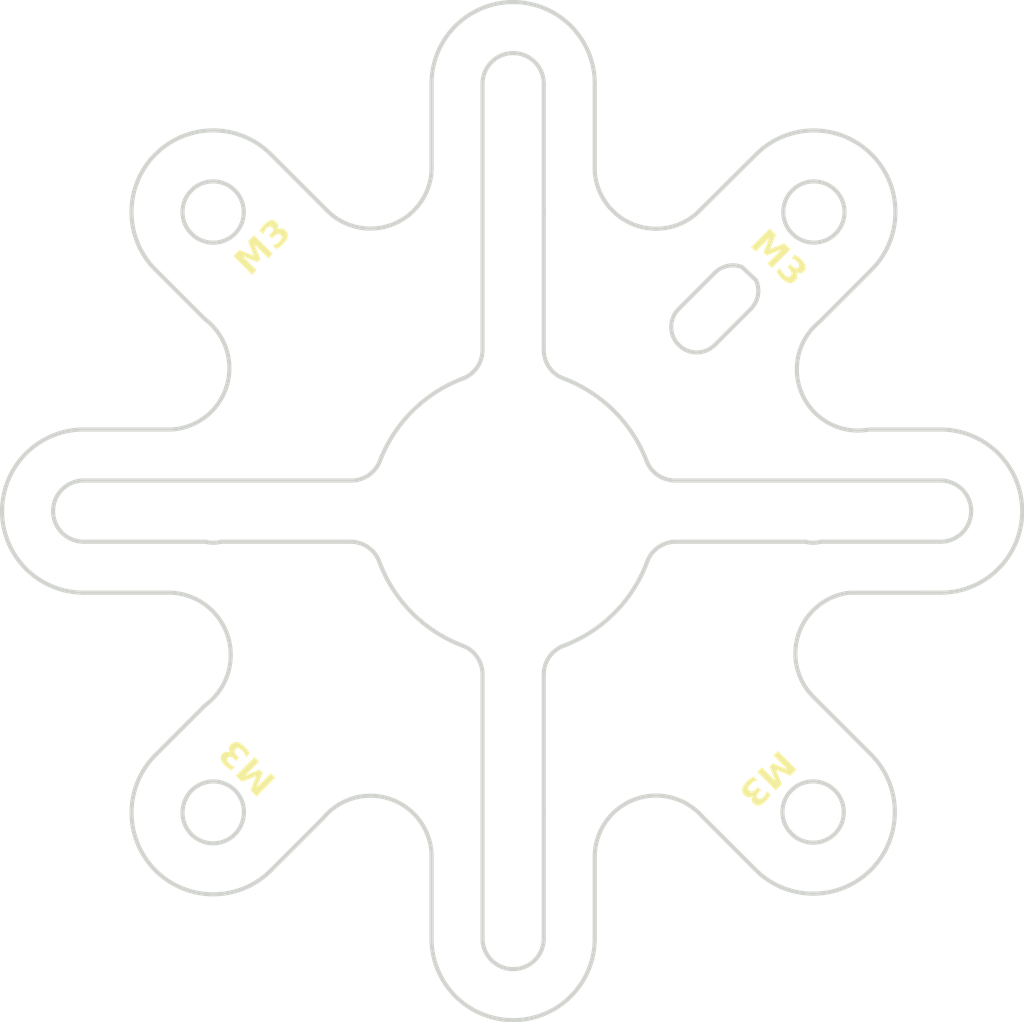
<source format=kicad_pcb>
(kicad_pcb (version 20221018) (generator pcbnew)

  (general
    (thickness 1.6)
  )

  (paper "A4")
  (layers
    (0 "F.Cu" signal)
    (31 "B.Cu" signal)
    (32 "B.Adhes" user "B.Adhesive")
    (33 "F.Adhes" user "F.Adhesive")
    (34 "B.Paste" user)
    (35 "F.Paste" user)
    (36 "B.SilkS" user "B.Silkscreen")
    (37 "F.SilkS" user "F.Silkscreen")
    (38 "B.Mask" user)
    (39 "F.Mask" user)
    (40 "Dwgs.User" user "User.Drawings")
    (41 "Cmts.User" user "User.Comments")
    (42 "Eco1.User" user "User.Eco1")
    (43 "Eco2.User" user "User.Eco2")
    (44 "Edge.Cuts" user)
    (45 "Margin" user)
    (46 "B.CrtYd" user "B.Courtyard")
    (47 "F.CrtYd" user "F.Courtyard")
    (48 "B.Fab" user)
    (49 "F.Fab" user)
    (50 "User.1" user)
    (51 "User.2" user)
    (52 "User.3" user)
    (53 "User.4" user)
    (54 "User.5" user)
    (55 "User.6" user)
    (56 "User.7" user)
    (57 "User.8" user)
    (58 "User.9" user)
  )

  (setup
    (pad_to_mask_clearance 0)
    (pcbplotparams
      (layerselection 0x00010fc_ffffffff)
      (plot_on_all_layers_selection 0x0000000_00000000)
      (disableapertmacros false)
      (usegerberextensions false)
      (usegerberattributes true)
      (usegerberadvancedattributes true)
      (creategerberjobfile true)
      (dashed_line_dash_ratio 12.000000)
      (dashed_line_gap_ratio 3.000000)
      (svgprecision 4)
      (plotframeref false)
      (viasonmask false)
      (mode 1)
      (useauxorigin false)
      (hpglpennumber 1)
      (hpglpenspeed 20)
      (hpglpendiameter 15.000000)
      (dxfpolygonmode true)
      (dxfimperialunits true)
      (dxfusepcbnewfont true)
      (psnegative false)
      (psa4output false)
      (plotreference true)
      (plotvalue true)
      (plotinvisibletext false)
      (sketchpadsonfab false)
      (subtractmaskfromsilk false)
      (outputformat 1)
      (mirror false)
      (drillshape 0)
      (scaleselection 1)
      (outputdirectory "Gerbers/")
    )
  )

  (net 0 "")

  (gr_arc (start 136.205218 76.325309) (mid 137.705218 74.825309) (end 139.205218 76.325309)
    (stroke (width 0.2032) (type solid)) (layer "Edge.Cuts") (tstamp 0114b2ed-ed8c-42ab-9c5f-0a169ad2e30c))
  (gr_line (start 155.2448 109.201946) (end 152.410037 106.367183)
    (stroke (width 0.2032) (type solid)) (layer "Edge.Cuts") (tstamp 011f4688-d4e0-4976-b4b3-aab73c176982))
  (gr_line (start 141.705218 118.225309) (end 141.705218 114.111497)
    (stroke (width 0.2032) (type solid)) (layer "Edge.Cuts") (tstamp 0d698ae2-3f22-476a-b8d1-e6f413486835))
  (gr_line (start 133.705218 114.056029) (end 133.705218 118.225309)
    (stroke (width 0.2032) (type solid)) (layer "Edge.Cuts") (tstamp 103229ab-8b42-4fce-864b-f875f07218b6))
  (gr_line (start 120.171021 109.2324) (end 122.615446 106.787975)
    (stroke (width 0.2032) (type solid)) (layer "Edge.Cuts") (tstamp 170d9820-31c4-4fc7-8c01-1eefc9c1c965))
  (gr_arc (start 144.275152 99.754843) (mid 144.824854 99.044327) (end 145.681962 98.775309)
    (stroke (width 0.2032) (type solid)) (layer "Edge.Cuts") (tstamp 19c28452-a169-4412-9065-f73e37569911))
  (gr_line (start 149.587946 114.8588) (end 146.958218 112.229072)
    (stroke (width 0.2032) (type solid)) (layer "Edge.Cuts") (tstamp 1e5b63dc-fec6-463a-91b1-008931474e0c))
  (gr_arc (start 149.616963 79.786458) (mid 155.273817 79.786458) (end 155.273817 85.443312)
    (stroke (width 0.2032) (type solid)) (layer "Edge.Cuts") (tstamp 1f2a14f5-23e8-41d2-b972-b8377c7b8ca5))
  (gr_arc (start 116.655218 101.275309) (mid 112.655218 97.275309) (end 116.655218 93.275309)
    (stroke (width 0.2032) (type solid)) (layer "Edge.Cuts") (tstamp 21fb6aea-5bc0-444a-b43e-bd449e295a5b))
  (gr_arc (start 140.176657 90.774988) (mid 142.642457 92.358995) (end 144.243655 94.813667)
    (stroke (width 0.2032) (type solid)) (layer "Edge.Cuts") (tstamp 25b19c68-c49d-4277-a5d5-7cdbe3c3024b))
  (gr_arc (start 121.918586 83.654951) (mid 121.964951 81.528739) (end 124.090899 81.585937)
    (stroke (width 0.2032) (type solid)) (layer "Edge.Cuts") (tstamp 263b7a46-c367-4d64-b0a6-7e5269fe82ea))
  (gr_arc (start 155.2448 109.201946) (mid 155.2448 114.8588) (end 149.587946 114.8588)
    (stroke (width 0.2032) (type solid)) (layer "Edge.Cuts") (tstamp 2d2fa9f2-1af0-4b8d-8e3d-9b831fcda2a2))
  (gr_line (start 149.616963 79.786458) (end 146.764325 82.626003)
    (stroke (width 0.2032) (type solid)) (layer "Edge.Cuts") (tstamp 310f6d7b-204a-4c70-9d84-8727f1c85307))
  (gr_arc (start 133.705218 80.256029) (mid 131.940747 83.161959) (end 128.595804 82.554387)
    (stroke (width 0.2032) (type solid)) (layer "Edge.Cuts") (tstamp 332d7393-7b2d-4fa0-baef-6e325f1899c4))
  (gr_arc (start 131.176419 94.813667) (mid 130.62562 95.511755) (end 129.776358 95.775309)
    (stroke (width 0.2032) (type solid)) (layer "Edge.Cuts") (tstamp 33c13b50-2d34-4c16-9057-a7ccf3133fdd))
  (gr_arc (start 140.176657 90.774988) (mid 139.471762 90.224766) (end 139.205218 89.3712)
    (stroke (width 0.2032) (type solid)) (layer "Edge.Cuts") (tstamp 3bcc5215-2337-4fed-8f0a-1d97101347d3))
  (gr_line (start 158.655218 95.775309) (end 145.643716 95.775309)
    (stroke (width 0.2032) (type solid)) (layer "Edge.Cuts") (tstamp 3da8512f-f107-4df5-ae4b-4b05ebc1da83))
  (gr_arc (start 128.376531 112.340598) (mid 131.629339 111.370351) (end 133.705218 114.056029)
    (stroke (width 0.2032) (type solid)) (layer "Edge.Cuts") (tstamp 429a7bca-ed05-477e-9ed0-eaf6744be4cc))
  (gr_line (start 148.926308 85.314574) (end 149.610066 85.963382)
    (stroke (width 0.2032) (type solid)) (layer "Edge.Cuts") (tstamp 453a40e7-890a-4e90-9214-d4d404c15193))
  (gr_arc (start 152.796703 98.775309) (mid 152.410037 98.826003) (end 152.023371 98.775309)
    (stroke (width 0.2032) (type solid)) (layer "Edge.Cuts") (tstamp 49eec141-1484-4750-a394-e1471e8b77d0))
  (gr_line (start 116.655218 98.775309) (end 122.623371 98.775309)
    (stroke (width 0.2032) (type solid)) (layer "Edge.Cuts") (tstamp 4aa673ed-0642-4823-a4b2-2a8c9a809dbb))
  (gr_line (start 116.655218 93.275309) (end 120.940778 93.275309)
    (stroke (width 0.2032) (type solid)) (layer "Edge.Cuts") (tstamp 4ac9df18-e09a-4489-ad89-ca61ca9bd134))
  (gr_line (start 136.205218 118.225309) (end 136.205218 105.27717)
    (stroke (width 0.2032) (type solid)) (layer "Edge.Cuts") (tstamp 4faeb49d-5cbd-47d0-b9d6-a106f84a075a))
  (gr_line (start 136.205218 76.325309) (end 136.205218 89.374835)
    (stroke (width 0.2032) (type solid)) (layer "Edge.Cuts") (tstamp 5216c33c-cf15-4e34-baa9-c2543f1cbaf7))
  (gr_line (start 152.023371 98.775309) (end 145.681962 98.775309)
    (stroke (width 0.2032) (type solid)) (layer "Edge.Cuts") (tstamp 527f2452-474b-4c00-be6c-6c5147e8418c))
  (gr_arc (start 135.23548 103.874023) (mid 132.74306 102.258467) (end 131.144922 99.754843)
    (stroke (width 0.2032) (type solid)) (layer "Edge.Cuts") (tstamp 53530a17-6222-48e3-892d-572e56c5dc29))
  (gr_line (start 158.655218 98.775309) (end 152.796703 98.775309)
    (stroke (width 0.2032) (type solid)) (layer "Edge.Cuts") (tstamp 53b6b2c5-fc93-4805-ba89-a5af567b211a))
  (gr_arc (start 147.587398 85.594929) (mid 148.215095 85.255327) (end 148.926308 85.314574)
    (stroke (width 0.2032) (type solid)) (layer "Edge.Cuts") (tstamp 5ae73290-dfb1-408d-abf7-91802cb23c73))
  (gr_arc (start 116.655218 98.775309) (mid 115.155218 97.275309) (end 116.655218 95.775309)
    (stroke (width 0.2032) (type solid)) (layer "Edge.Cuts") (tstamp 5eb66956-707e-4b18-9d9e-8aa6a7e3d372))
  (gr_arc (start 124.439761 112.479752) (mid 122.563072 113.495975) (end 121.569724 111.607078)
    (stroke (width 0.2032) (type solid)) (layer "Edge.Cuts") (tstamp 64d2e2f4-5887-4396-9ffc-232e21a3194d))
  (gr_arc (start 124.090899 81.585937) (mid 124.044564 83.712181) (end 121.918586 83.654951)
    (stroke (width 0.2032) (type solid)) (layer "Edge.Cuts") (tstamp 65978382-2b51-469f-8638-14a273a3191e))
  (gr_line (start 123.396703 98.775309) (end 129.738112 98.775309)
    (stroke (width 0.2032) (type solid)) (layer "Edge.Cuts") (tstamp 6b46fe0d-b61f-423d-bcf6-cca247badce8))
  (gr_arc (start 121.569724 111.607078) (mid 123.446398 110.590906) (end 124.439761 112.479752)
    (stroke (width 0.2032) (type solid)) (layer "Edge.Cuts") (tstamp 6ea86115-c90f-4eb0-a2df-7e4f56b0d77f))
  (gr_arc (start 146.764325 82.626003) (mid 143.592225 83.22077) (end 141.705218 80.602532)
    (stroke (width 0.2032) (type solid)) (layer "Edge.Cuts") (tstamp 70e9be5a-acf0-4eab-8047-02379bb13c49))
  (gr_line (start 145.819631 87.362696) (end 147.587398 85.594929)
    (stroke (width 0.2032) (type solid)) (layer "Edge.Cuts") (tstamp 7505c31c-e5db-478d-833a-a539afc80873))
  (gr_line (start 158.655218 93.275309) (end 155.15921 93.275309)
    (stroke (width 0.2032) (type solid)) (layer "Edge.Cuts") (tstamp 756b3a87-f834-443c-9eff-3899f69408eb))
  (gr_arc (start 151.561513 113.262937) (mid 151.175287 111.17431) (end 153.264897 110.793439)
    (stroke (width 0.2032) (type solid)) (layer "Edge.Cuts") (tstamp 7b52865b-003b-439a-aea1-23c0a029b401))
  (gr_arc (start 129.738112 98.775309) (mid 130.595232 99.044311) (end 131.144922 99.754843)
    (stroke (width 0.2032) (type solid)) (layer "Edge.Cuts") (tstamp 7b533958-9269-4375-8daf-0287652b0fd0))
  (gr_arc (start 144.275152 99.754843) (mid 142.674026 102.261477) (end 140.176657 103.877017)
    (stroke (width 0.2032) (type solid)) (layer "Edge.Cuts") (tstamp 7c109ef3-26c0-4fba-8761-9e6be4ff986f))
  (gr_arc (start 158.655218 93.275309) (mid 162.655218 97.275309) (end 158.655218 101.275309)
    (stroke (width 0.2032) (type solid)) (layer "Edge.Cuts") (tstamp 83df0256-ca33-42ea-b72b-3087074be75c))
  (gr_circle (center 152.44539 82.614885) (end 153.94539 82.614885)
    (stroke (width 0.2032) (type solid)) (fill none) (layer "Edge.Cuts") (tstamp 866a01ca-6e93-474d-9241-e67383be2326))
  (gr_arc (start 141.705218 114.111497) (mid 143.695644 111.395288) (end 146.958218 112.229072)
    (stroke (width 0.2032) (type solid)) (layer "Edge.Cuts") (tstamp 87d9a74e-c18f-49f9-b17d-41b94b939ab1))
  (gr_arc (start 133.705218 76.325309) (mid 137.705218 72.325309) (end 141.705218 76.325309)
    (stroke (width 0.2032) (type solid)) (layer "Edge.Cuts") (tstamp 89f7f44b-cfc5-4f32-be49-b0d22470b24b))
  (gr_arc (start 149.610066 85.963382) (mid 149.701045 86.702829) (end 149.355165 87.362696)
    (stroke (width 0.2032) (type solid)) (layer "Edge.Cuts") (tstamp 8e86ac6d-e9df-4e10-abe4-b0c462b1d0c8))
  (gr_arc (start 125.827875 114.889254) (mid 120.171021 114.889254) (end 120.171021 109.2324)
    (stroke (width 0.2032) (type solid)) (layer "Edge.Cuts") (tstamp 9261c50e-08a3-4204-8fce-51a5c6a6ff2f))
  (gr_arc (start 153.264897 110.793439) (mid 153.651176 112.882103) (end 151.561513 113.262937)
    (stroke (width 0.2032) (type solid)) (layer "Edge.Cuts") (tstamp 928ee611-c0af-4fb8-a754-534885f81d73))
  (gr_line (start 120.171021 85.443312) (end 122.578856 87.851147)
    (stroke (width 0.2032) (type solid)) (layer "Edge.Cuts") (tstamp 93a0fe78-f347-4bf9-9fc1-00a4927dce1f))
  (gr_line (start 139.205218 76.325309) (end 139.205218 82.505861)
    (stroke (width 0.2032) (type solid)) (layer "Edge.Cuts") (tstamp 974abc8b-1fa7-4a25-bd2d-ef05c9534ed6))
  (gr_arc (start 120.691386 101.275309) (mid 123.692498 103.319951) (end 122.615446 106.787975)
    (stroke (width 0.2032) (type solid)) (layer "Edge.Cuts") (tstamp 98398fd7-06dd-4c05-b35e-f77fef7d29fb))
  (gr_line (start 139.205218 82.746144) (end 139.205218 89.3712)
    (stroke (width 0.2032) (type solid)) (layer "Edge.Cuts") (tstamp 98f82912-3599-4d5e-b194-380d86b8c18e))
  (gr_arc (start 145.643716 95.775309) (mid 144.794463 95.511742) (end 144.243655 94.813667)
    (stroke (width 0.2032) (type solid)) (layer "Edge.Cuts") (tstamp 9e96075d-4cd3-4f4f-9611-490db07537d8))
  (gr_arc (start 158.655218 95.775309) (mid 160.155218 97.275309) (end 158.655218 98.775309)
    (stroke (width 0.2032) (type solid)) (layer "Edge.Cuts") (tstamp a2b4b5c1-7f9d-4c3b-9494-93686dc05c7d))
  (gr_arc (start 141.705218 118.225309) (mid 137.705218 122.225309) (end 133.705218 118.225309)
    (stroke (width 0.2032) (type solid)) (layer "Edge.Cuts") (tstamp a4ea7c23-736d-4b51-81ef-c2a449cba1da))
  (gr_line (start 125.827875 79.786458) (end 128.595804 82.554387)
    (stroke (width 0.2032) (type solid)) (layer "Edge.Cuts") (tstamp a54821fb-874d-489d-b08e-b7274bae1084))
  (gr_arc (start 147.587398 89.130463) (mid 145.81963 89.130463) (end 145.819631 87.362696)
    (stroke (width 0.2032) (type solid)) (layer "Edge.Cuts") (tstamp aa1d3446-848a-429e-a9e8-a23dd65565e8))
  (gr_line (start 133.705218 76.325309) (end 133.705218 80.256029)
    (stroke (width 0.2032) (type solid)) (layer "Edge.Cuts") (tstamp b177ac6d-a2f8-48b7-b827-555604c278ac))
  (gr_arc (start 152.410037 106.367183) (mid 151.704042 103.272139) (end 154.172475 101.276002)
    (stroke (width 0.2032) (type solid)) (layer "Edge.Cuts") (tstamp b4ab2874-9a35-49e5-aa06-2736976f8dff))
  (gr_line (start 139.205218 111.905861) (end 139.205218 105.280806)
    (stroke (width 0.2032) (type solid)) (layer "Edge.Cuts") (tstamp b6cfb924-09b3-4fe0-8273-9ee68d726f12))
  (gr_arc (start 139.205218 105.280806) (mid 139.47176 104.427238) (end 140.176657 103.877017)
    (stroke (width 0.2032) (type solid)) (layer "Edge.Cuts") (tstamp bc3153d3-1699-4442-b984-376d5a961fc5))
  (gr_line (start 149.355165 87.362696) (end 147.587398 89.130463)
    (stroke (width 0.2032) (type solid)) (layer "Edge.Cuts") (tstamp c29d2764-2f9a-4621-b287-a6dacccf9797))
  (gr_arc (start 131.176419 94.813667) (mid 132.774609 92.361986) (end 135.23548 90.777982)
    (stroke (width 0.2032) (type solid)) (layer "Edge.Cuts") (tstamp c4cd9656-68ab-4d96-a39e-7474fe45db02))
  (gr_arc (start 122.578856 87.851147) (mid 123.667937 91.139474) (end 120.940778 93.275309)
    (stroke (width 0.2032) (type solid)) (layer "Edge.Cuts") (tstamp cb2143f7-6486-4a13-92d8-880a18f11d5b))
  (gr_arc (start 136.205218 89.374835) (mid 135.939181 90.227647) (end 135.23548 90.777982)
    (stroke (width 0.2032) (type solid)) (layer "Edge.Cuts") (tstamp cd00ff36-6594-4c4c-b8ff-eb4b846f5ac2))
  (gr_line (start 116.655218 101.275309) (end 120.691386 101.275309)
    (stroke (width 0.2032) (type solid)) (layer "Edge.Cuts") (tstamp cf72c984-83c4-431b-8811-4aff5c9afc63))
  (gr_arc (start 139.205218 82.505861) (mid 139.210038 82.626002) (end 139.205218 82.746144)
    (stroke (width 0.2032) (type solid)) (layer "Edge.Cuts") (tstamp d7962e22-70e7-4db0-a729-960f7c04bc01))
  (gr_arc (start 135.23548 103.874023) (mid 135.939205 104.424341) (end 136.205218 105.27717)
    (stroke (width 0.2032) (type solid)) (layer "Edge.Cuts") (tstamp d9bf66f0-b661-4e84-a1c2-155b4b30a860))
  (gr_arc (start 139.205218 118.225309) (mid 137.705218 119.725309) (end 136.205218 118.225309)
    (stroke (width 0.2032) (type solid)) (layer "Edge.Cuts") (tstamp db8e4cf0-1d14-41df-8ab6-1cc5fbfbaf8b))
  (gr_arc (start 155.15921 93.275309) (mid 151.885429 91.581634) (end 152.724633 87.992496)
    (stroke (width 0.2032) (type solid)) (layer "Edge.Cuts") (tstamp dc3f8c42-a5de-475a-99d5-6aeca66f1332))
  (gr_line (start 125.827875 114.889254) (end 128.376531 112.340598)
    (stroke (width 0.2032) (type solid)) (layer "Edge.Cuts") (tstamp ded88f06-35c1-4e5c-b7de-87be301c1b0a))
  (gr_arc (start 123.396703 98.775309) (mid 123.010037 98.826003) (end 122.623371 98.775309)
    (stroke (width 0.2032) (type solid)) (layer "Edge.Cuts") (tstamp e06df930-f72a-4e2b-a979-5198a8834a7f))
  (gr_line (start 139.205218 118.225309) (end 139.205218 112.146144)
    (stroke (width 0.2032) (type solid)) (layer "Edge.Cuts") (tstamp e3e5bf4c-3708-4d15-a09e-0088575962e3))
  (gr_arc (start 139.205218 111.905861) (mid 139.210038 112.026002) (end 139.205218 112.146144)
    (stroke (width 0.2032) (type solid)) (layer "Edge.Cuts") (tstamp e5383f8d-351f-421f-b788-51c7d27b1f1d))
  (gr_line (start 155.273817 85.443312) (end 152.724633 87.992496)
    (stroke (width 0.2032) (type solid)) (layer "Edge.Cuts") (tstamp e6cb83b9-701b-4ee3-9f5f-095a5cad231d))
  (gr_line (start 116.655218 95.775309) (end 129.776358 95.775309)
    (stroke (width 0.2032) (type solid)) (layer "Edge.Cuts") (tstamp e6d6160e-d2e6-4d7c-acfc-00f1d50da3fc))
  (gr_line (start 141.705218 76.325309) (end 141.705218 80.602532)
    (stroke (width 0.2032) (type solid)) (layer "Edge.Cuts") (tstamp f8627104-293b-4048-af4a-32cffd25b721))
  (gr_arc (start 120.171021 85.443312) (mid 120.171021 79.786458) (end 125.827875 79.786458)
    (stroke (width 0.2032) (type solid)) (layer "Edge.Cuts") (tstamp faa9472a-c5d5-4a25-b8d5-977e6a5c4f08))
  (gr_line (start 158.655218 101.275309) (end 154.172475 101.276002)
    (stroke (width 0.2032) (type solid)) (layer "Edge.Cuts") (tstamp ff9ef01f-e2ae-499c-b870-191c3e726fdb))
  (gr_text "M3" (at 124.9426 85.9536 45) (layer "F.SilkS") (tstamp 1ffb8155-b3b4-4a2b-9ac8-92c549ad4f1f)
    (effects (font (face "Proto Mono") (size 1.27 1.27) (thickness 0.3) bold) (justify left bottom))
    (render_cache "M3" 45
      (polygon
        (pts
          (xy 125.266114 85.180871)          (xy 125.277565 85.190707)          (xy 125.289937 85.19839)          (xy 125.30302 85.203945)
          (xy 125.316602 85.207393)          (xy 125.330472 85.208759)          (xy 125.344419 85.208063)          (xy 125.35823 85.205329)
          (xy 125.371694 85.200581)          (xy 125.3846 85.19384)          (xy 125.396737 85.185129)          (xy 125.404296 85.178239)
          (xy 125.414242 85.166798)          (xy 125.422121 85.154559)          (xy 125.427936 85.141708)          (xy 125.43169 85.12843)
          (xy 125.433386 85.11491)          (xy 125.433029 85.101335)          (xy 125.430621 85.087888)          (xy 125.426165 85.074757)
          (xy 125.419664 85.062126)          (xy 125.411123 85.050181)          (xy 125.404296 85.042689)          (xy 124.659869 84.298262)
          (xy 124.648427 84.288305)          (xy 124.636187 84.280398)          (xy 124.623332 84.274543)          (xy 124.610048 84.270741)
          (xy 124.596517 84.268996)          (xy 124.582925 84.269308)          (xy 124.569456 84.271681)          (xy 124.556294 84.276116)
          (xy 124.543624 84.282616)          (xy 124.531629 84.291182)          (xy 124.5241 84.298043)          (xy 124.515394 84.307688)
          (xy 124.506927 84.319814)          (xy 124.500602 84.33264)          (xy 124.496402 84.34627)          (xy 124.494311 84.360808)
          (xy 124.49405 84.36845)          (xy 124.496463 84.642839)          (xy 124.493109 84.654905)          (xy 124.488714 84.66712)
          (xy 124.48234 84.67849)          (xy 124.4776 84.684075)          (xy 124.466752 84.692271)          (xy 124.454176 84.697947)
          (xy 124.440957 84.7016)          (xy 124.433733 84.702937)          (xy 124.163291 84.699209)          (xy 124.150615 84.700015)
          (xy 124.136166 84.703032)          (xy 124.1226 84.708154)          (xy 124.109968 84.715242)          (xy 124.098321 84.724158)
          (xy 124.092884 84.729258)          (xy 124.082901 84.740737)          (xy 124.074919 84.753081)          (xy 124.068954 84.76609)
          (xy 124.065017 84.779565)          (xy 124.063121 84.793305)          (xy 124.06328 84.807112)          (xy 124.065506 84.820786)
          (xy 124.069813 84.834128)          (xy 124.076213 84.846937)          (xy 124.08472 84.859015)          (xy 124.091568 84.866562)
          (xy 124.835996 85.61099)          (xy 124.847419 85.620852)          (xy 124.859717 85.62861)          (xy 124.87269 85.634275)
          (xy 124.886137 85.637859)          (xy 124.899857 85.639374)          (xy 124.913649 85.638832)          (xy 124.927314 85.636245)
          (xy 124.94065 85.631625)          (xy 124.953457 85.624983)          (xy 124.965534 85.616332)          (xy 124.973081 85.609455)
          (xy 124.983009 85.598031)          (xy 124.990946 85.585734)          (xy 124.996878 85.572765)          (xy 125.000794 85.559325)
          (xy 125.002681 85.545616)          (xy 125.002524 85.53184)          (xy 125.000311 85.518198)          (xy 124.996029 85.504893)
          (xy 124.989665 85.492125)          (xy 124.981206 85.480097)          (xy 124.974397 85.472589)          (xy 124.411141 84.909333)
          (xy 124.404339 84.898511)          (xy 124.406097 84.894199)          (xy 124.418599 84.891786)          (xy 124.532873 84.895515)
          (xy 124.545556 84.89832)          (xy 124.557047 84.905087)          (xy 124.563141 84.91043)          (xy 124.677635 85.024923)
          (xy 124.689077 85.034814)          (xy 124.701325 85.042535)          (xy 124.7142 85.048105)          (xy 124.727525 85.051542)
          (xy 124.741122 85.052861)          (xy 124.754813 85.052081)          (xy 124.76842 85.04922)          (xy 124.781765 85.044293)
          (xy 124.794671 85.03732)          (xy 124.806959 85.028316)          (xy 124.81472 85.021194)          (xy 124.824698 85.009786)
          (xy 124.832665 84.997634)          (xy 124.838608 84.984912)          (xy 124.842518 84.97179)          (xy 124.844384 84.958439)
          (xy 124.844195 84.945032)          (xy 124.841939 84.931738)          (xy 124.837607 84.91873)          (xy 124.831186 84.906179)
          (xy 124.822667 84.894256)          (xy 124.815817 84.886741)          (xy 124.701323 84.772248)          (xy 124.693165 84.761753)
          (xy 124.688615 84.749732)          (xy 124.687724 84.740663)          (xy 124.686408 84.62617)          (xy 124.688577 84.613943)
          (xy 124.688821 84.613668)          (xy 124.701143 84.616101)          (xy 124.703955 84.618712)
        )
      )
      (polygon
        (pts
          (xy 125.17816 84.072565)          (xy 125.17073 84.062381)          (xy 125.167032 84.049835)          (xy 125.166536 84.042954)
          (xy 125.165439 83.951491)          (xy 125.167428 83.93822)          (xy 125.173212 83.926754)          (xy 125.179038 83.919907)
          (xy 125.321168 83.777777)          (xy 125.331662 83.769619)          (xy 125.343684 83.765069)          (xy 125.352752 83.764178)
          (xy 125.444215 83.765275)          (xy 125.456599 83.768367)          (xy 125.467796 83.774253)          (xy 125.47251 83.778215)
          (xy 125.558928 83.864634)          (xy 125.566908 83.87519)          (xy 125.571578 83.886714)          (xy 125.572966 83.894025)
          (xy 125.575379 83.986804)          (xy 125.573008 83.999934)          (xy 125.567503 84.011443)          (xy 125.56178 84.018389)
          (xy 125.424694 84.155474)          (xy 125.414722 84.166888)          (xy 125.406769 84.179053)          (xy 125.400844 84.191794)
          (xy 125.396954 84.204936)          (xy 125.395107 84.218306)          (xy 125.395311 84.231728)          (xy 125.397573 84.245028)
          (xy 125.401901 84.258031)          (xy 125.408302 84.270563)          (xy 125.416783 84.282448)          (xy 125.423598 84.289927)
          (xy 125.435039 84.299884)          (xy 125.447279 84.307791)          (xy 125.460134 84.313646)          (xy 125.473419 84.317448)
          (xy 125.486949 84.319194)          (xy 125.500541 84.318881)          (xy 125.514011 84.316508)          (xy 125.527173 84.312073)
          (xy 125.539843 84.305573)          (xy 125.551837 84.297007)          (xy 125.559367 84.290146)          (xy 125.696452 84.153061)
          (xy 125.706918 84.145191)          (xy 125.719273 84.14054)          (xy 125.727817 84.139243)          (xy 125.819281 84.14034)
          (xy 125.832282 84.143464)          (xy 125.843669 84.149927)          (xy 125.848233 84.153939)          (xy 125.930703 84.236409)
          (xy 125.938246 84.247377)          (xy 125.942333 84.259835)          (xy 125.942986 84.264045)          (xy 125.942767 84.354193)
          (xy 125.940708 84.367394)          (xy 125.934809 84.378745)          (xy 125.928949 84.385558)          (xy 125.786819 84.527688)
          (xy 125.776393 84.535915)          (xy 125.764488 84.540581)          (xy 125.755454 84.541506)          (xy 125.665306 84.541725)
          (xy 125.652522 84.540222)          (xy 125.640705 84.53454)          (xy 125.636354 84.530758)          (xy 125.62122 84.515624)
          (xy 125.609956 84.505845)          (xy 125.597985 84.498207)          (xy 125.585467 84.492688)          (xy 125.572563 84.489268)
          (xy 125.559434 84.487924)          (xy 125.54624 84.488634)          (xy 125.533141 84.491377)          (xy 125.520298 84.496131)
          (xy 125.507871 84.502874)          (xy 125.496021 84.511586)          (xy 125.488521 84.518476)          (xy 125.478505 84.529857)
          (xy 125.470432 84.541932)          (xy 125.464327 84.554537)          (xy 125.460214 84.56751)          (xy 125.458116 84.580689)
          (xy 125.458058 84.59391)          (xy 125.460063 84.607011)          (xy 125.464154 84.61983)          (xy 125.470357 84.632203)
          (xy 125.478695 84.643968)          (xy 125.485451 84.651393)          (xy 125.540504 84.706447)          (xy 125.551689 84.715783)
          (xy 125.563256 84.722753)          (xy 125.576321 84.72835)          (xy 125.590572 84.732175)          (xy 125.603127 84.73372)
          (xy 125.608279 84.733864)          (xy 125.814455 84.733864)          (xy 125.828581 84.733927)          (xy 125.842427 84.7315)
          (xy 125.855758 84.726732)          (xy 125.86834 84.719768)          (xy 125.879939 84.710757)          (xy 125.883546 84.707324)
          (xy 126.108585 84.482285)          (xy 126.118152 84.47116)          (xy 126.125619 84.459075)          (xy 126.130969 84.446134)
          (xy 126.134186 84.432441)          (xy 126.135251 84.4181)          (xy 126.135125 84.413194)          (xy 126.137538 84.204605)
          (xy 126.136574 84.191944)          (xy 126.133156 84.177641)          (xy 126.127745 84.164506)          (xy 126.120846 84.152748)
          (xy 126.11296 84.142574)          (xy 126.108805 84.138146)          (xy 125.946276 83.975618)          (xy 125.9354 83.966043)
          (xy 125.923764 83.958334)          (xy 125.911393 83.95255)          (xy 125.898314 83.948753)          (xy 125.884552 83.947003)
          (xy 125.879817 83.946885)          (xy 125.828493 83.948201)          (xy 125.815964 83.946572)          (xy 125.803839 83.941897)
          (xy 125.793304 83.934997)          (xy 125.785503 83.928022)          (xy 125.777315 83.918368)          (xy 125.77093 83.906896)
          (xy 125.767508 83.89486)          (xy 125.766859 83.886568)          (xy 125.767956 83.835024)          (xy 125.766938 83.821077)
          (xy 125.763703 83.807653)          (xy 125.758345 83.794814)          (xy 125.750961 83.782619)          (xy 125.741644 83.77113)
          (xy 125.738126 83.767468)          (xy 125.569676 83.599018)          (xy 125.560027 83.590482)          (xy 125.548744 83.582736)
          (xy 125.536045 83.576291)          (xy 125.522145 83.571659)          (xy 125.509802 83.569553)          (xy 125.50212 83.569188)
          (xy 125.293531 83.571601)          (xy 125.278978 83.571925)          (xy 125.265008 83.574377)          (xy 125.251744 83.578957)
          (xy 125.239307 83.585666)          (xy 125.227819 83.594502)          (xy 125.224221 83.597921)          (xy 124.999182 83.82296)
          (xy 124.989542 83.834199)          (xy 124.981929 83.846529)          (xy 124.976473 83.859697)          (xy 124.973304 83.873452)
          (xy 124.972552 83.887542)          (xy 124.972862 83.89227)          (xy 124.972862 84.098447)          (xy 124.97377 84.111226)
          (xy 124.976338 84.12353)          (xy 124.981279 84.137406)          (xy 124.987861 84.15001)          (xy 124.995679 84.161021)
          (xy 125.001375 84.167318)          (xy 125.057964 84.223907)          (xy 125.069619 84.234066)          (xy 125.082012 84.242096)
          (xy 125.094967 84.248008)          (xy 125.10831 84.251813)          (xy 125.121863 84.253522)          (xy 125.135451 84.253144)
          (xy 125.1489 84.250692)          (xy 125.162032 84.246176)          (xy 125.174673 84.239607)          (xy 125.186647 84.230996)
          (xy 125.194172 84.224126)          (xy 125.204133 84.2127)          (xy 125.21205 84.2005)          (xy 125.217914 84.187697)
          (xy 125.221716 84.174467)          (xy 125.223447 84.160982)          (xy 125.2231 84.147417)          (xy 125.220665 84.133944)
          (xy 125.216133 84.120737)          (xy 125.209496 84.107969)          (xy 125.200746 84.095814)          (xy 125.193733 84.088138)
        )
      )
    )
  )
  (gr_text "M3" (at 150.6474 108.7628 -135) (layer "F.SilkS") (tstamp 3a78f99b-911c-453e-adc1-e496d7a714a8)
    (effects (font (face "Proto Mono") (size 1.27 1.27) (thickness 0.3) bold) (justify left bottom))
    (render_cache "M3" -135
      (polygon
        (pts
          (xy 150.323885 109.535528)          (xy 150.312434 109.525692)          (xy 150.300062 109.518009)          (xy 150.286979 109.512454)
          (xy 150.273397 109.509006)          (xy 150.259527 109.50764)          (xy 150.24558 109.508336)          (xy 150.231769 109.51107)
          (xy 150.218305 109.515818)          (xy 150.205399 109.522559)          (xy 150.193262 109.53127)          (xy 150.185703 109.53816)
          (xy 150.175757 109.549601)          (xy 150.167878 109.56184)          (xy 150.162063 109.574691)          (xy 150.158309 109.587969)
          (xy 150.156613 109.601489)          (xy 150.15697 109.615064)          (xy 150.159378 109.628511)          (xy 150.163834 109.641642)
          (xy 150.170335 109.654273)          (xy 150.178876 109.666218)          (xy 150.185703 109.67371)          (xy 150.93013 110.418137)
          (xy 150.941572 110.428094)          (xy 150.953812 110.436001)          (xy 150.966667 110.441856)          (xy 150.979951 110.445658)
          (xy 150.993482 110.447403)          (xy 151.007074 110.447091)          (xy 151.020543 110.444718)          (xy 151.033705 110.440283)
          (xy 151.046375 110.433783)          (xy 151.05837 110.425217)          (xy 151.065899 110.418356)          (xy 151.074605 110.408711)
          (xy 151.083072 110.396585)          (xy 151.089397 110.383759)          (xy 151.093597 110.370129)          (xy 151.095688 110.355591)
          (xy 151.095949 110.347949)          (xy 151.093536 110.07356)          (xy 151.09689 110.061494)          (xy 151.101285 110.049279)
          (xy 151.107659 110.037909)          (xy 151.112399 110.032324)          (xy 151.123247 110.024128)          (xy 151.135823 110.018452)
          (xy 151.149042 110.014799)          (xy 151.156266 110.013462)          (xy 151.426708 110.01719)          (xy 151.439384 110.016384)
          (xy 151.453833 110.013367)          (xy 151.467399 110.008245)          (xy 151.480031 110.001157)          (xy 151.491678 109.992241)
          (xy 151.497115 109.987141)          (xy 151.507098 109.975662)          (xy 151.51508 109.963318)          (xy 151.521045 109.950309)
          (xy 151.524982 109.936834)          (xy 151.526878 109.923094)          (xy 151.526719 109.909287)          (xy 151.524493 109.895613)
          (xy 151.520186 109.882271)          (xy 151.513786 109.869462)          (xy 151.505279 109.857384)          (xy 151.498431 109.849837)
          (xy 150.754003 109.105409)          (xy 150.74258 109.095547)          (xy 150.730282 109.087789)          (xy 150.717309 109.082124)
          (xy 150.703862 109.07854)          (xy 150.690142 109.077025)          (xy 150.67635 109.077567)          (xy 150.662685 109.080154)
          (xy 150.649349 109.084774)          (xy 150.636542 109.091416)          (xy 150.624465 109.100067)          (xy 150.616918 109.106944)
          (xy 150.60699 109.118368)          (xy 150.599053 109.130665)          (xy 150.593121 109.143634)          (xy 150.589205 109.157074)
          (xy 150.587318 109.170783)          (xy 150.587475 109.184559)          (xy 150.589688 109.198201)          (xy 150.59397 109.211506)
          (xy 150.600334 109.224274)          (xy 150.608793 109.236302)          (xy 150.615602 109.24381)          (xy 151.178858 109.807066)
          (xy 151.18566 109.817888)          (xy 151.183902 109.8222)          (xy 151.1714 109.824613)          (xy 151.057126 109.820884)
          (xy 151.044443 109.818079)          (xy 151.032952 109.811312)          (xy 151.026858 109.805969)          (xy 150.912364 109.691476)
          (xy 150.900922 109.681585)          (xy 150.888674 109.673864)          (xy 150.875799 109.668294)          (xy 150.862474 109.664857)
          (xy 150.848877 109.663538)          (xy 150.835186 109.664318)          (xy 150.821579 109.667179)          (xy 150.808234 109.672106)
          (xy 150.795328 109.679079)          (xy 150.78304 109.688083)          (xy 150.775279 109.695205)          (xy 150.765301 109.706613)
          (xy 150.757334 109.718765)          (xy 150.751391 109.731487)          (xy 150.747481 109.744609)          (xy 150.745615 109.75796)
          (xy 150.745804 109.771367)          (xy 150.74806 109.784661)          (xy 150.752392 109.797669)          (xy 150.758813 109.81022)
          (xy 150.767332 109.822143)          (xy 150.774182 109.829658)          (xy 150.888676 109.944151)          (xy 150.896834 109.954646)
          (xy 150.901384 109.966667)          (xy 150.902275 109.975736)          (xy 150.903591 110.090229)          (xy 150.901422 110.102456)
          (xy 150.901178 110.102731)          (xy 150.888856 110.100298)          (xy 150.886044 110.097687)
        )
      )
      (polygon
        (pts
          (xy 150.411839 110.643834)          (xy 150.419269 110.654018)          (xy 150.422967 110.666564)          (xy 150.423463 110.673445)
          (xy 150.42456 110.764908)          (xy 150.422571 110.778179)          (xy 150.416787 110.789645)          (xy 150.410961 110.796492)
          (xy 150.268831 110.938622)          (xy 150.258337 110.94678)          (xy 150.246315 110.95133)          (xy 150.237247 110.952221)
          (xy 150.145784 110.951124)          (xy 150.1334 110.948032)          (xy 150.122203 110.942146)          (xy 150.117489 110.938184)
          (xy 150.031071 110.851765)          (xy 150.023091 110.841209)          (xy 150.018421 110.829685)          (xy 150.017033 110.822374)
          (xy 150.01462 110.729595)          (xy 150.016991 110.716465)          (xy 150.022496 110.704956)          (xy 150.028219 110.69801)
          (xy 150.165305 110.560925)          (xy 150.175277 110.549511)          (xy 150.18323 110.537346)          (xy 150.189155 110.524605)
          (xy 150.193045 110.511463)          (xy 150.194892 110.498093)          (xy 150.194688 110.484671)          (xy 150.192426 110.471371)
          (xy 150.188098 110.458368)          (xy 150.181697 110.445836)          (xy 150.173216 110.433951)          (xy 150.166401 110.426472)
          (xy 150.15496 110.416515)          (xy 150.14272 110.408608)          (xy 150.129865 110.402753)          (xy 150.11658 110.398951)
          (xy 150.10305 110.397205)          (xy 150.089458 110.397518)          (xy 150.075988 110.399891)          (xy 150.062826 110.404326)
          (xy 150.050156 110.410826)          (xy 150.038162 110.419392)          (xy 150.030632 110.426253)          (xy 149.893547 110.563338)
          (xy 149.883081 110.571208)          (xy 149.870726 110.575859)          (xy 149.862182 110.577156)          (xy 149.770718 110.576059)
          (xy 149.757717 110.572935)          (xy 149.74633 110.566472)          (xy 149.741766 110.56246)          (xy 149.659296 110.47999)
          (xy 149.651753 110.469022)          (xy 149.647666 110.456564)          (xy 149.647013 110.452354)          (xy 149.647232 110.362206)
          (xy 149.649291 110.349005)          (xy 149.65519 110.337654)          (xy 149.66105 110.330841)          (xy 149.80318 110.188711)
          (xy 149.813606 110.180484)          (xy 149.825511 110.175818)          (xy 149.834545 110.174893)          (xy 149.924693 110.174674)
          (xy 149.937477 110.176177)          (xy 149.949294 110.181859)          (xy 149.953645 110.185641)          (xy 149.968779 110.200775)
          (xy 149.980043 110.210554)          (xy 149.992014 110.218192)          (xy 150.004532 110.223711)          (xy 150.017436 110.227131)
          (xy 150.030565 110.228475)          (xy 150.043759 110.227765)          (xy 150.056858 110.225022)          (xy 150.069701 110.220268)
          (xy 150.082128 110.213525)          (xy 150.093978 110.204813)          (xy 150.101478 110.197923)          (xy 150.111494 110.186542)
          (xy 150.119567 110.174467)          (xy 150.125672 110.161862)          (xy 150.129785 110.148889)          (xy 150.131883 110.13571)
          (xy 150.131941 110.122489)          (xy 150.129936 110.109388)          (xy 150.125845 110.096569)          (xy 150.119642 110.084196)
          (xy 150.111304 110.072431)          (xy 150.104548 110.065006)          (xy 150.049495 110.009952)          (xy 150.03831 110.000616)
          (xy 150.026743 109.993646)          (xy 150.013678 109.988049)          (xy 149.999427 109.984224)          (xy 149.986872 109.982679)
          (xy 149.98172 109.982535)          (xy 149.775544 109.982535)          (xy 149.761418 109.982472)          (xy 149.747572 109.984899)
          (xy 149.734241 109.989667)          (xy 149.721659 109.996631)          (xy 149.71006 110.005642)          (xy 149.706453 110.009075)
          (xy 149.481414 110.234114)          (xy 149.471847 110.245239)          (xy 149.46438 110.257324)          (xy 149.45903 110.270265)
          (xy 149.455813 110.283958)          (xy 149.454748 110.298299)          (xy 149.454874 110.303205)          (xy 149.452461 110.511794)
          (xy 149.453425 110.524455)          (xy 149.456843 110.538758)          (xy 149.462254 110.551893)          (xy 149.469153 110.563651)
          (xy 149.477039 110.573825)          (xy 149.481194 110.578253)          (xy 149.643723 110.740781)          (xy 149.654599 110.750356)
          (xy 149.666235 110.758065)          (xy 149.678606 110.763849)          (xy 149.691685 110.767646)          (xy 149.705447 110.769396)
          (xy 149.710182 110.769514)          (xy 149.761506 110.768198)          (xy 149.774035 110.769827)          (xy 149.78616 110.774502)
          (xy 149.796695 110.781402)          (xy 149.804496 110.788377)          (xy 149.812684 110.798031)          (xy 149.819069 110.809503)
          (xy 149.822491 110.821539)          (xy 149.82314 110.829831)          (xy 149.822043 110.881375)          (xy 149.823061 110.895322)
          (xy 149.826296 110.908746)          (xy 149.831654 110.921585)          (xy 149.839038 110.93378)          (xy 149.848355 110.945269)
          (xy 149.851873 110.948931)          (xy 150.020323 111.117381)          (xy 150.029972 111.125917)          (xy 150.041255 111.133663)
          (xy 150.053954 111.140108)          (xy 150.067854 111.14474)          (xy 150.080197 111.146846)          (xy 150.087879 111.147211)
          (xy 150.296468 111.144798)          (xy 150.311021 111.144474)          (xy 150.324991 111.142022)          (xy 150.338255 111.137442)
          (xy 150.350692 111.130733)          (xy 150.36218 111.121897)          (xy 150.365778 111.118478)          (xy 150.590817 110.893439)
          (xy 150.600457 110.8822)          (xy 150.60807 110.86987)          (xy 150.613526 110.856702)          (xy 150.616695 110.842947)
          (xy 150.617447 110.828857)          (xy 150.617137 110.824129)          (xy 150.617137 110.617952)          (xy 150.616229 110.605173)
          (xy 150.613661 110.592869)          (xy 150.60872 110.578993)          (xy 150.602138 110.566389)          (xy 150.59432 110.555378)
          (xy 150.588624 110.549081)          (xy 150.532035 110.492492)          (xy 150.52038 110.482333)          (xy 150.507987 110.474303)
          (xy 150.495032 110.468391)          (xy 150.481689 110.464586)          (xy 150.468136 110.462877)          (xy 150.454548 110.463255)
          (xy 150.441099 110.465707)          (xy 150.427967 110.470223)          (xy 150.415326 110.476792)          (xy 150.403352 110.485403)
          (xy 150.395827 110.492273)          (xy 150.385866 110.503699)          (xy 150.377949 110.515899)          (xy 150.372085 110.528702)
          (xy 150.368283 110.541932)          (xy 150.366552 110.555417)          (xy 150.366899 110.568982)          (xy 150.369334 110.582455)
          (xy 150.373866 110.595662)          (xy 150.380503 110.60843)          (xy 150.389253 110.620585)          (xy 150.396266 110.628261)
        )
      )
    )
  )
  (gr_text "M3" (at 149.098 84.3788 -45) (layer "F.SilkS") (tstamp 74afd6f4-a348-44db-85e9-eced29ce07c3)
    (effects (font (face "Proto Mono") (size 1.27 1.27) (thickness 0.3) bold) (justify left bottom))
    (render_cache "M3" -45
      (polygon
        (pts
          (xy 149.870728 84.702314)          (xy 149.860892 84.713765)          (xy 149.853209 84.726137)          (xy 149.847654 84.73922)
          (xy 149.844206 84.752802)          (xy 149.84284 84.766672)          (xy 149.843536 84.780619)          (xy 149.84627 84.79443)
          (xy 149.851018 84.807894)          (xy 149.857759 84.8208)          (xy 149.86647 84.832937)          (xy 149.87336 84.840496)
          (xy 149.884801 84.850442)          (xy 149.89704 84.858321)          (xy 149.909891 84.864136)          (xy 149.923169 84.86789)
          (xy 149.936689 84.869586)          (xy 149.950264 84.869229)          (xy 149.963711 84.866821)          (xy 149.976842 84.862365)
          (xy 149.989473 84.855864)          (xy 150.001418 84.847323)          (xy 150.00891 84.840496)          (xy 150.753337 84.096069)
          (xy 150.763294 84.084627)          (xy 150.771201 84.072387)          (xy 150.777056 84.059532)          (xy 150.780858 84.046248)
          (xy 150.782603 84.032717)          (xy 150.782291 84.019125)          (xy 150.779918 84.005656)          (xy 150.775483 83.992494)
          (xy 150.768983 83.979824)          (xy 150.760417 83.967829)          (xy 150.753556 83.9603)          (xy 150.743911 83.951594)
          (xy 150.731785 83.943127)          (xy 150.718959 83.936802)          (xy 150.705329 83.932602)          (xy 150.690791 83.930511)
          (xy 150.683149 83.93025)          (xy 150.40876 83.932663)          (xy 150.396694 83.929309)          (xy 150.384479 83.924914)
          (xy 150.373109 83.91854)          (xy 150.367524 83.9138)          (xy 150.359328 83.902952)          (xy 150.353652 83.890376)
          (xy 150.349999 83.877157)          (xy 150.348662 83.869933)          (xy 150.35239 83.599491)          (xy 150.351584 83.586815)
          (xy 150.348567 83.572366)          (xy 150.343445 83.5588)          (xy 150.336357 83.546168)          (xy 150.327441 83.534521)
          (xy 150.322341 83.529084)          (xy 150.310862 83.519101)          (xy 150.298518 83.511119)          (xy 150.285509 83.505154)
          (xy 150.272034 83.501217)          (xy 150.258294 83.499321)          (xy 150.244487 83.49948)          (xy 150.230813 83.501706)
          (xy 150.217471 83.506013)          (xy 150.204662 83.512413)          (xy 150.192584 83.52092)          (xy 150.185037 83.527768)
          (xy 149.440609 84.272196)          (xy 149.430747 84.283619)          (xy 149.422989 84.295917)          (xy 149.417324 84.30889)
          (xy 149.41374 84.322337)          (xy 149.412225 84.336057)          (xy 149.412767 84.349849)          (xy 149.415354 84.363514)
          (xy 149.419974 84.37685)          (xy 149.426616 84.389657)          (xy 149.435267 84.401734)          (xy 149.442144 84.409281)
          (xy 149.453568 84.419209)          (xy 149.465865 84.427146)          (xy 149.478834 84.433078)          (xy 149.492274 84.436994)
          (xy 149.505983 84.438881)          (xy 149.519759 84.438724)          (xy 149.533401 84.436511)          (xy 149.546706 84.432229)
          (xy 149.559474 84.425865)          (xy 149.571502 84.417406)          (xy 149.57901 84.410597)          (xy 150.142266 83.847341)
          (xy 150.153088 83.840539)          (xy 150.1574 83.842297)          (xy 150.159813 83.854799)          (xy 150.156084 83.969073)
          (xy 150.153279 83.981756)          (xy 150.146512 83.993247)          (xy 150.141169 83.999341)          (xy 150.026676 84.113835)
          (xy 150.016785 84.125277)          (xy 150.009064 84.137525)          (xy 150.003494 84.1504)          (xy 150.000057 84.163725)
          (xy 149.998738 84.177322)          (xy 149.999518 84.191013)          (xy 150.002379 84.20462)          (xy 150.007306 84.217965)
          (xy 150.014279 84.230871)          (xy 150.023283 84.243159)          (xy 150.030405 84.25092)          (xy 150.041813 84.260898)
          (xy 150.053965 84.268865)          (xy 150.066687 84.274808)          (xy 150.079809 84.278718)          (xy 150.09316 84.280584)
          (xy 150.106567 84.280395)          (xy 150.119861 84.278139)          (xy 150.132869 84.273807)          (xy 150.14542 84.267386)
          (xy 150.157343 84.258867)          (xy 150.164858 84.252017)          (xy 150.279351 84.137523)          (xy 150.289846 84.129365)
          (xy 150.301867 84.124815)          (xy 150.310936 84.123924)          (xy 150.425429 84.122608)          (xy 150.437656 84.124777)
          (xy 150.437931 84.125021)          (xy 150.435498 84.137343)          (xy 150.432887 84.140155)
        )
      )
      (polygon
        (pts
          (xy 150.979034 84.61436)          (xy 150.989218 84.60693)          (xy 151.001764 84.603232)          (xy 151.008645 84.602736)
          (xy 151.100108 84.601639)          (xy 151.113379 84.603628)          (xy 151.124845 84.609412)          (xy 151.131692 84.615238)
          (xy 151.273822 84.757368)          (xy 151.28198 84.767862)          (xy 151.28653 84.779884)          (xy 151.287421 84.788952)
          (xy 151.286324 84.880415)          (xy 151.283232 84.892799)          (xy 151.277346 84.903996)          (xy 151.273384 84.90871)
          (xy 151.186965 84.995128)          (xy 151.176409 85.003108)          (xy 151.164885 85.007778)          (xy 151.157574 85.009166)
          (xy 151.064795 85.011579)          (xy 151.051665 85.009208)          (xy 151.040156 85.003703)          (xy 151.03321 84.99798)
          (xy 150.896125 84.860894)          (xy 150.884711 84.850922)          (xy 150.872546 84.842969)          (xy 150.859805 84.837044)
          (xy 150.846663 84.833154)          (xy 150.833293 84.831307)          (xy 150.819871 84.831511)          (xy 150.806571 84.833773)
          (xy 150.793568 84.838101)          (xy 150.781036 84.844502)          (xy 150.769151 84.852983)          (xy 150.761672 84.859798)
          (xy 150.751715 84.871239)          (xy 150.743808 84.883479)          (xy 150.737953 84.896334)          (xy 150.734151 84.909619)
          (xy 150.732405 84.923149)          (xy 150.732718 84.936741)          (xy 150.735091 84.950211)          (xy 150.739526 84.963373)
          (xy 150.746026 84.976043)          (xy 150.754592 84.988037)          (xy 150.761453 84.995567)          (xy 150.898538 85.132652)
          (xy 150.906408 85.143118)          (xy 150.911059 85.155473)          (xy 150.912356 85.164017)          (xy 150.911259 85.255481)
          (xy 150.908135 85.268482)          (xy 150.901672 85.279869)          (xy 150.89766 85.284433)          (xy 150.81519 85.366903)
          (xy 150.804222 85.374446)          (xy 150.791764 85.378533)          (xy 150.787554 85.379186)          (xy 150.697406 85.378967)
          (xy 150.684205 85.376908)          (xy 150.672854 85.371009)          (xy 150.666041 85.365149)          (xy 150.523911 85.223019)
          (xy 150.515684 85.212593)          (xy 150.511018 85.200688)          (xy 150.510093 85.191654)          (xy 150.509874 85.101506)
          (xy 150.511377 85.088722)          (xy 150.517059 85.076905)          (xy 150.520841 85.072554)          (xy 150.535975 85.05742)
          (xy 150.545754 85.046156)          (xy 150.553392 85.034185)          (xy 150.558911 85.021667)          (xy 150.562331 85.008763)
          (xy 150.563675 84.995634)          (xy 150.562965 84.98244)          (xy 150.560222 84.969341)          (xy 150.555468 84.956498)
          (xy 150.548725 84.944071)          (xy 150.540013 84.932221)          (xy 150.533123 84.924721)          (xy 150.521742 84.914705)
          (xy 150.509667 84.906632)          (xy 150.497062 84.900527)          (xy 150.484089 84.896414)          (xy 150.47091 84.894316)
          (xy 150.457689 84.894258)          (xy 150.444588 84.896263)          (xy 150.431769 84.900354)          (xy 150.419396 84.906557)
          (xy 150.407631 84.914895)          (xy 150.400206 84.921651)          (xy 150.345152 84.976704)          (xy 150.335816 84.987889)
          (xy 150.328846 84.999456)          (xy 150.323249 85.012521)          (xy 150.319424 85.026772)          (xy 150.317879 85.039327)
          (xy 150.317735 85.044479)          (xy 150.317735 85.250655)          (xy 150.317672 85.264781)          (xy 150.320099 85.278627)
          (xy 150.324867 85.291958)          (xy 150.331831 85.30454)          (xy 150.340842 85.316139)          (xy 150.344275 85.319746)
          (xy 150.569314 85.544785)          (xy 150.580439 85.554352)          (xy 150.592524 85.561819)          (xy 150.605465 85.567169)
          (xy 150.619158 85.570386)          (xy 150.633499 85.571451)          (xy 150.638405 85.571325)          (xy 150.846994 85.573738)
          (xy 150.859655 85.572774)          (xy 150.873958 85.569356)          (xy 150.887093 85.563945)          (xy 150.898851 85.557046)
          (xy 150.909025 85.54916)          (xy 150.913453 85.545005)          (xy 151.075981 85.382476)          (xy 151.085556 85.3716)
          (xy 151.093265 85.359964)          (xy 151.099049 85.347593)          (xy 151.102846 85.334514)          (xy 151.104596 85.320752)
          (xy 151.104714 85.316017)          (xy 151.103398 85.264693)          (xy 151.105027 85.252164)          (xy 151.109702 85.240039)
          (xy 151.116602 85.229504)          (xy 151.123577 85.221703)          (xy 151.133231 85.213515)          (xy 151.144703 85.20713)
          (xy 151.156739 85.203708)          (xy 151.165031 85.203059)          (xy 151.216575 85.204156)          (xy 151.230522 85.203138)
          (xy 151.243946 85.199903)          (xy 151.256785 85.194545)          (xy 151.26898 85.187161)          (xy 151.280469 85.177844)
          (xy 151.284131 85.174326)          (xy 151.452581 85.005876)          (xy 151.461117 84.996227)          (xy 151.468863 84.984944)
          (xy 151.475308 84.972245)          (xy 151.47994 84.958345)          (xy 151.482046 84.946002)          (xy 151.482411 84.93832)
          (xy 151.479998 84.729731)          (xy 151.479674 84.715178)          (xy 151.477222 84.701208)          (xy 151.472642 84.687944)
          (xy 151.465933 84.675507)          (xy 151.457097 84.664019)          (xy 151.453678 84.660421)          (xy 151.228639 84.435382)
          (xy 151.2174 84.425742)          (xy 151.20507 84.418129)          (xy 151.191902 84.412673)          (xy 151.178147 84.409504)
          (xy 151.164057 84.408752)          (xy 151.159329 84.409062)          (xy 150.953152 84.409062)          (xy 150.940373 84.40997)
          (xy 150.928069 84.412538)          (xy 150.914193 84.417479)          (xy 150.901589 84.424061)          (xy 150.890578 84.431879)
          (xy 150.884281 84.437575)          (xy 150.827692 84.494164)          (xy 150.817533 84.505819)          (xy 150.809503 84.518212)
          (xy 150.803591 84.531167)          (xy 150.799786 84.54451)          (xy 150.798077 84.558063)          (xy 150.798455 84.571651)
          (xy 150.800907 84.5851)          (xy 150.805423 84.598232)          (xy 150.811992 84.610873)          (xy 150.820603 84.622847)
          (xy 150.827473 84.630372)          (xy 150.838899 84.640333)          (xy 150.851099 84.64825)          (xy 150.863902 84.654114)
          (xy 150.877132 84.657916)          (xy 150.890617 84.659647)          (xy 150.904182 84.6593)          (xy 150.917655 84.656865)
          (xy 150.930862 84.652333)          (xy 150.94363 84.645696)          (xy 150.955785 84.636946)          (xy 150.963461 84.629933)
        )
      )
    )
  )
  (gr_text "M3" (at 126.3142 110.3122 135) (layer "F.SilkS") (tstamp 7d728461-4a87-4712-8ddd-5f248326f443)
    (effects (font (face "Proto Mono") (size 1.27 1.27) (thickness 0.3) bold) (justify left bottom))
    (render_cache "M3" 135
      (polygon
        (pts
          (xy 125.541471 109.988685)          (xy 125.551307 109.977234)          (xy 125.55899 109.964862)          (xy 125.564545 109.951779)
          (xy 125.567993 109.938197)          (xy 125.569359 109.924327)          (xy 125.568663 109.91038)          (xy 125.565929 109.896569)
          (xy 125.561181 109.883105)          (xy 125.55444 109.870199)          (xy 125.545729 109.858062)          (xy 125.538839 109.850503)
          (xy 125.527398 109.840557)          (xy 125.515159 109.832678)          (xy 125.502308 109.826863)          (xy 125.48903 109.823109)
          (xy 125.47551 109.821413)          (xy 125.461935 109.82177)          (xy 125.448488 109.824178)          (xy 125.435357 109.828634)
          (xy 125.422726 109.835135)          (xy 125.410781 109.843676)          (xy 125.403289 109.850503)          (xy 124.658862 110.59493)
          (xy 124.648905 110.606372)          (xy 124.640998 110.618612)          (xy 124.635143 110.631467)          (xy 124.631341 110.644751)
          (xy 124.629596 110.658282)          (xy 124.629908 110.671874)          (xy 124.632281 110.685343)          (xy 124.636716 110.698505)
          (xy 124.643216 110.711175)          (xy 124.651782 110.72317)          (xy 124.658643 110.730699)          (xy 124.668288 110.739405)
          (xy 124.680414 110.747872)          (xy 124.69324 110.754197)          (xy 124.70687 110.758397)          (xy 124.721408 110.760488)
          (xy 124.72905 110.760749)          (xy 125.003439 110.758336)          (xy 125.015505 110.76169)          (xy 125.02772 110.766085)
          (xy 125.03909 110.772459)          (xy 125.044675 110.777199)          (xy 125.052871 110.788047)          (xy 125.058547 110.800623)
          (xy 125.0622 110.813842)          (xy 125.063537 110.821066)          (xy 125.059809 111.091508)          (xy 125.060615 111.104184)
          (xy 125.063632 111.118633)          (xy 125.068754 111.132199)          (xy 125.075842 111.144831)          (xy 125.084758 111.156478)
          (xy 125.089858 111.161915)          (xy 125.101337 111.171898)          (xy 125.113681 111.17988)          (xy 125.12669 111.185845)
          (xy 125.140165 111.189782)          (xy 125.153905 111.191678)          (xy 125.167712 111.191519)          (xy 125.181386 111.189293)
          (xy 125.194728 111.184986)          (xy 125.207537 111.178586)          (xy 125.219615 111.170079)          (xy 125.227162 111.163231)
          (xy 125.97159 110.418803)          (xy 125.981452 110.40738)          (xy 125.98921 110.395082)          (xy 125.994875 110.382109)
          (xy 125.998459 110.368662)          (xy 125.999974 110.354942)          (xy 125.999432 110.34115)          (xy 125.996845 110.327485)
          (xy 125.992225 110.314149)          (xy 125.985583 110.301342)          (xy 125.976932 110.289265)          (xy 125.970055 110.281718)
          (xy 125.958631 110.27179)          (xy 125.946334 110.263853)          (xy 125.933365 110.257921)          (xy 125.919925 110.254005)
          (xy 125.906216 110.252118)          (xy 125.89244 110.252275)          (xy 125.878798 110.254488)          (xy 125.865493 110.25877)
          (xy 125.852725 110.265134)          (xy 125.840697 110.273593)          (xy 125.833189 110.280402)          (xy 125.269933 110.843658)
          (xy 125.259111 110.85046)          (xy 125.254799 110.848702)          (xy 125.252386 110.8362)          (xy 125.256115 110.721926)
          (xy 125.25892 110.709243)          (xy 125.265687 110.697752)          (xy 125.27103 110.691658)          (xy 125.385523 110.577164)
          (xy 125.395414 110.565722)          (xy 125.403135 110.553474)          (xy 125.408705 110.540599)          (xy 125.412142 110.527274)
          (xy 125.413461 110.513677)          (xy 125.412681 110.499986)          (xy 125.40982 110.486379)          (xy 125.404893 110.473034)
          (xy 125.39792 110.460128)          (xy 125.388916 110.44784)          (xy 125.381794 110.440079)          (xy 125.370386 110.430101)
          (xy 125.358234 110.422134)          (xy 125.345512 110.416191)          (xy 125.33239 110.412281)          (xy 125.319039 110.410415)
          (xy 125.305632 110.410604)          (xy 125.292338 110.41286)          (xy 125.27933 110.417192)          (xy 125.266779 110.423613)
          (xy 125.254856 110.432132)          (xy 125.247341 110.438982)          (xy 125.132848 110.553476)          (xy 125.122353 110.561634)
          (xy 125.110332 110.566184)          (xy 125.101263 110.567075)          (xy 124.98677 110.568391)          (xy 124.974543 110.566222)
          (xy 124.974268 110.565978)          (xy 124.976701 110.553656)          (xy 124.979312 110.550844)
        )
      )
      (polygon
        (pts
          (xy 124.433165 110.076639)          (xy 124.422981 110.084069)          (xy 124.410435 110.087767)          (xy 124.403554 110.088263)
          (xy 124.312091 110.08936)          (xy 124.29882 110.087371)          (xy 124.287354 110.081587)          (xy 124.280507 110.075761)
          (xy 124.138377 109.933631)          (xy 124.130219 109.923137)          (xy 124.125669 109.911115)          (xy 124.124778 109.902047)
          (xy 124.125875 109.810584)          (xy 124.128967 109.7982)          (xy 124.134853 109.787003)          (xy 124.138815 109.782289)
          (xy 124.225234 109.695871)          (xy 124.23579 109.687891)          (xy 124.247314 109.683221)          (xy 124.254625 109.681833)
          (xy 124.347404 109.67942)          (xy 124.360534 109.681791)          (xy 124.372043 109.687296)          (xy 124.378989 109.693019)
          (xy 124.516074 109.830105)          (xy 124.527488 109.840077)          (xy 124.539653 109.84803)          (xy 124.552394 109.853955)
          (xy 124.565536 109.857845)          (xy 124.578906 109.859692)          (xy 124.592328 109.859488)          (xy 124.605628 109.857226)
          (xy 124.618631 109.852898)          (xy 124.631163 109.846497)          (xy 124.643048 109.838016)          (xy 124.650527 109.831201)
          (xy 124.660484 109.81976)          (xy 124.668391 109.80752)          (xy 124.674246 109.794665)          (xy 124.678048 109.78138)
          (xy 124.679794 109.76785)          (xy 124.679481 109.754258)          (xy 124.677108 109.740788)          (xy 124.672673 109.727626)
          (xy 124.666173 109.714956)          (xy 124.657607 109.702962)          (xy 124.650746 109.695432)          (xy 124.513661 109.558347)
          (xy 124.505791 109.547881)          (xy 124.50114 109.535526)          (xy 124.499843 109.526982)          (xy 124.50094 109.435518)
          (xy 124.504064 109.422517)          (xy 124.510527 109.41113)          (xy 124.514539 109.406566)          (xy 124.597009 109.324096)
          (xy 124.607977 109.316553)          (xy 124.620435 109.312466)          (xy 124.624645 109.311813)          (xy 124.714793 109.312032)
          (xy 124.727994 109.314091)          (xy 124.739345 109.31999)          (xy 124.746158 109.32585)          (xy 124.888288 109.46798)
          (xy 124.896515 109.478406)          (xy 124.901181 109.490311)          (xy 124.902106 109.499345)          (xy 124.902325 109.589493)
          (xy 124.900822 109.602277)          (xy 124.89514 109.614094)          (xy 124.891358 109.618445)          (xy 124.876224 109.633579)
          (xy 124.866445 109.644843)          (xy 124.858807 109.656814)          (xy 124.853288 109.669332)          (xy 124.849868 109.682236)
          (xy 124.848524 109.695365)          (xy 124.849234 109.708559)          (xy 124.851977 109.721658)          (xy 124.856731 109.734501)
          (xy 124.863474 109.746928)          (xy 124.872186 109.758778)          (xy 124.879076 109.766278)          (xy 124.890457 109.776294)
          (xy 124.902532 109.784367)          (xy 124.915137 109.790472)          (xy 124.92811 109.794585)          (xy 124.941289 109.796683)
          (xy 124.95451 109.796741)          (xy 124.967611 109.794736)          (xy 124.98043 109.790645)          (xy 124.992803 109.784442)
          (xy 125.004568 109.776104)          (xy 125.011993 109.769348)          (xy 125.067047 109.714295)          (xy 125.076383 109.70311)
          (xy 125.083353 109.691543)          (xy 125.08895 109.678478)          (xy 125.092775 109.664227)          (xy 125.09432 109.651672)
          (xy 125.094464 109.64652)          (xy 125.094464 109.440344)          (xy 125.094527 109.426218)          (xy 125.0921 109.412372)
          (xy 125.087332 109.399041)          (xy 125.080368 109.386459)          (xy 125.071357 109.37486)          (xy 125.067924 109.371253)
          (xy 124.842885 109.146214)          (xy 124.83176 109.136647)          (xy 124.819675 109.12918)          (xy 124.806734 109.12383)
          (xy 124.793041 109.120613)          (xy 124.7787 109.119548)          (xy 124.773794 109.119674)          (xy 124.565205 109.117261)
          (xy 124.552544 109.118225)          (xy 124.538241 109.121643)          (xy 124.525106 109.127054)          (xy 124.513348 109.133953)
          (xy 124.503174 109.141839)          (xy 124.498746 109.145994)          (xy 124.336218 109.308523)          (xy 124.326643 109.319399)
          (xy 124.318934 109.331035)          (xy 124.31315 109.343406)          (xy 124.309353 109.356485)          (xy 124.307603 109.370247)
          (xy 124.307485 109.374982)          (xy 124.308801 109.426306)          (xy 124.307172 109.438835)          (xy 124.302497 109.45096)
          (xy 124.295597 109.461495)          (xy 124.288622 109.469296)          (xy 124.278968 109.477484)          (xy 124.267496 109.483869)
          (xy 124.25546 109.487291)          (xy 124.247168 109.48794)          (xy 124.195624 109.486843)          (xy 124.181677 109.487861)
          (xy 124.168253 109.491096)          (xy 124.155414 109.496454)          (xy 124.143219 109.503838)          (xy 124.13173 109.513155)
          (xy 124.128068 109.516673)          (xy 123.959618 109.685123)          (xy 123.951082 109.694772)          (xy 123.943336 109.706055)
          (xy 123.936891 109.718754)          (xy 123.932259 109.732654)          (xy 123.930153 109.744997)          (xy 123.929788 109.752679)
          (xy 123.932201 109.961268)          (xy 123.932525 109.975821)          (xy 123.934977 109.989791)          (xy 123.939557 110.003055)
          (xy 123.946266 110.015492)          (xy 123.955102 110.02698)          (xy 123.958521 110.030578)          (xy 124.18356 110.255617)
          (xy 124.194799 110.265257)          (xy 124.207129 110.27287)          (xy 124.220297 110.278326)          (xy 124.234052 110.281495)
          (xy 124.248142 110.282247)          (xy 124.25287 110.281937)          (xy 124.459047 110.281937)          (xy 124.471826 110.281029)
          (xy 124.48413 110.278461)          (xy 124.498006 110.27352)          (xy 124.51061 110.266938)          (xy 124.521621 110.25912)
          (xy 124.527918 110.253424)          (xy 124.584507 110.196835)          (xy 124.594666 110.18518)          (xy 124.602696 110.172787)
          (xy 124.608608 110.159832)          (xy 124.612413 110.146489)          (xy 124.614122 110.132936)          (xy 124.613744 110.119348)
          (xy 124.611292 110.105899)          (xy 124.606776 110.092767)          (xy 124.600207 110.080126)          (xy 124.591596 110.068152)
          (xy 124.584726 110.060627)          (xy 124.5733 110.050666)          (xy 124.5611 110.042749)          (xy 124.548297 110.036885)
          (xy 124.535067 110.033083)          (xy 124.521582 110.031352)          (xy 124.508017 110.031699)          (xy 124.494544 110.034134)
          (xy 124.481337 110.038666)          (xy 124.468569 110.045303)          (xy 124.456414 110.054053)          (xy 124.448738 110.061066)
        )
      )
    )
  )

  (group "" (id a998630d-7836-42fc-a14f-3745eee0cfe3)
    (members
      0114b2ed-ed8c-42ab-9c5f-0a169ad2e30c
      011f4688-d4e0-4976-b4b3-aab73c176982
      0d698ae2-3f22-476a-b8d1-e6f413486835
      103229ab-8b42-4fce-864b-f875f07218b6
      170d9820-31c4-4fc7-8c01-1eefc9c1c965
      19c28452-a169-4412-9065-f73e37569911
      1e5b63dc-fec6-463a-91b1-008931474e0c
      1f2a14f5-23e8-41d2-b972-b8377c7b8ca5
      21fb6aea-5bc0-444a-b43e-bd449e295a5b
      25b19c68-c49d-4277-a5d5-7cdbe3c3024b
      263b7a46-c367-4d64-b0a6-7e5269fe82ea
      2d2fa9f2-1af0-4b8d-8e3d-9b831fcda2a2
      310f6d7b-204a-4c70-9d84-8727f1c85307
      332d7393-7b2d-4fa0-baef-6e325f1899c4
      33c13b50-2d34-4c16-9057-a7ccf3133fdd
      3bcc5215-2337-4fed-8f0a-1d97101347d3
      3da8512f-f107-4df5-ae4b-4b05ebc1da83
      429a7bca-ed05-477e-9ed0-eaf6744be4cc
      453a40e7-890a-4e90-9214-d4d404c15193
      49eec141-1484-4750-a394-e1471e8b77d0
      4aa673ed-0642-4823-a4b2-2a8c9a809dbb
      4ac9df18-e09a-4489-ad89-ca61ca9bd134
      4faeb49d-5cbd-47d0-b9d6-a106f84a075a
      5216c33c-cf15-4e34-baa9-c2543f1cbaf7
      527f2452-474b-4c00-be6c-6c5147e8418c
      53530a17-6222-48e3-892d-572e56c5dc29
      53b6b2c5-fc93-4805-ba89-a5af567b211a
      5ae73290-dfb1-408d-abf7-91802cb23c73
      5eb66956-707e-4b18-9d9e-8aa6a7e3d372
      64d2e2f4-5887-4396-9ffc-232e21a3194d
      65978382-2b51-469f-8638-14a273a3191e
      6b46fe0d-b61f-423d-bcf6-cca247badce8
      6ea86115-c90f-4eb0-a2df-7e4f56b0d77f
      70e9be5a-acf0-4eab-8047-02379bb13c49
      7505c31c-e5db-478d-833a-a539afc80873
      756b3a87-f834-443c-9eff-3899f69408eb
      7b52865b-003b-439a-aea1-23c0a029b401
      7b533958-9269-4375-8daf-0287652b0fd0
      7c109ef3-26c0-4fba-8761-9e6be4ff986f
      83df0256-ca33-42ea-b72b-3087074be75c
      866a01ca-6e93-474d-9241-e67383be2326
      87d9a74e-c18f-49f9-b17d-41b94b939ab1
      89f7f44b-cfc5-4f32-be49-b0d22470b24b
      8e86ac6d-e9df-4e10-abe4-b0c462b1d0c8
      9261c50e-08a3-4204-8fce-51a5c6a6ff2f
      928ee611-c0af-4fb8-a754-534885f81d73
      93a0fe78-f347-4bf9-9fc1-00a4927dce1f
      974abc8b-1fa7-4a25-bd2d-ef05c9534ed6
      98398fd7-06dd-4c05-b35e-f77fef7d29fb
      98f82912-3599-4d5e-b194-380d86b8c18e
      9e96075d-4cd3-4f4f-9611-490db07537d8
      a2b4b5c1-7f9d-4c3b-9494-93686dc05c7d
      a4ea7c23-736d-4b51-81ef-c2a449cba1da
      a54821fb-874d-489d-b08e-b7274bae1084
      aa1d3446-848a-429e-a9e8-a23dd65565e8
      b177ac6d-a2f8-48b7-b827-555604c278ac
      b4ab2874-9a35-49e5-aa06-2736976f8dff
      b6cfb924-09b3-4fe0-8273-9ee68d726f12
      bc3153d3-1699-4442-b984-376d5a961fc5
      c29d2764-2f9a-4621-b287-a6dacccf9797
      c4cd9656-68ab-4d96-a39e-7474fe45db02
      cb2143f7-6486-4a13-92d8-880a18f11d5b
      cd00ff36-6594-4c4c-b8ff-eb4b846f5ac2
      cf72c984-83c4-431b-8811-4aff5c9afc63
      d7962e22-70e7-4db0-a729-960f7c04bc01
      d9bf66f0-b661-4e84-a1c2-155b4b30a860
      db8e4cf0-1d14-41df-8ab6-1cc5fbfbaf8b
      dc3f8c42-a5de-475a-99d5-6aeca66f1332
      ded88f06-35c1-4e5c-b7de-87be301c1b0a
      e06df930-f72a-4e2b-a979-5198a8834a7f
      e3e5bf4c-3708-4d15-a09e-0088575962e3
      e5383f8d-351f-421f-b788-51c7d27b1f1d
      e6cb83b9-701b-4ee3-9f5f-095a5cad231d
      e6d6160e-d2e6-4d7c-acfc-00f1d50da3fc
      f8627104-293b-4048-af4a-32cffd25b721
      faa9472a-c5d5-4a25-b8d5-977e6a5c4f08
      ff9ef01f-e2ae-499c-b870-191c3e726fdb
    )
  )
)

</source>
